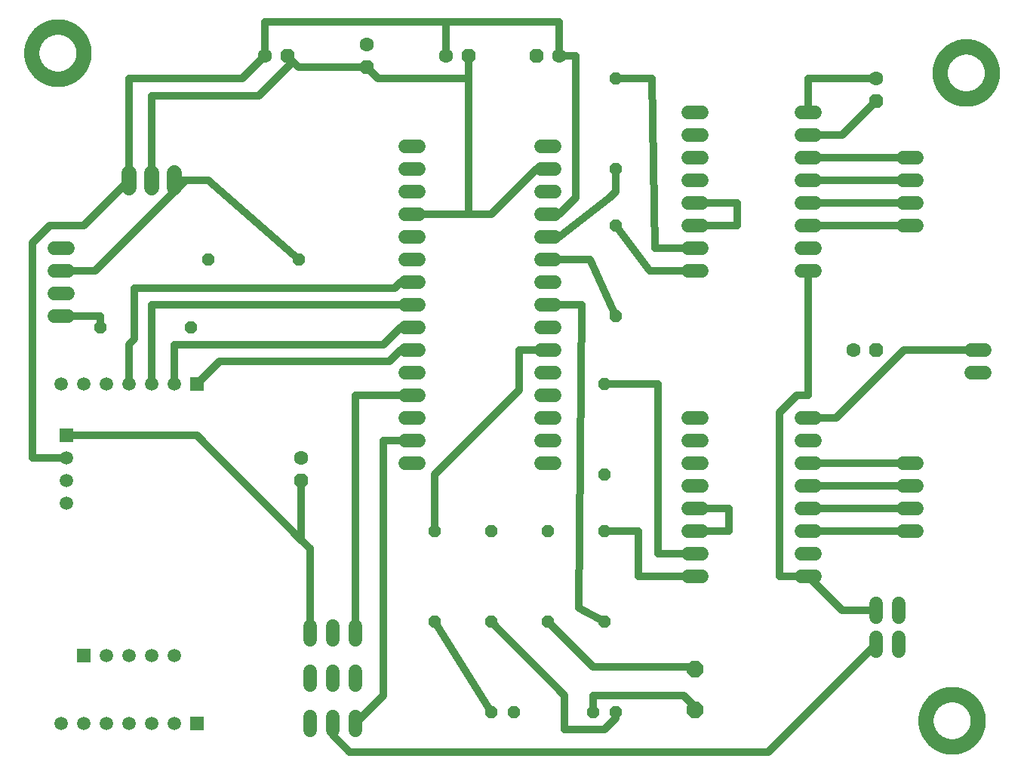
<source format=gbl>
G75*
%MOIN*%
%OFA0B0*%
%FSLAX25Y25*%
%IPPOS*%
%LPD*%
%AMOC8*
5,1,8,0,0,1.08239X$1,22.5*
%
%ADD10C,0.06600*%
%ADD11C,0.06000*%
%ADD12OC8,0.06300*%
%ADD13C,0.06300*%
%ADD14OC8,0.05200*%
%ADD15OC8,0.07500*%
%ADD16R,0.05937X0.05937*%
%ADD17C,0.05937*%
%ADD18C,0.03200*%
D10*
X0057250Y0265200D02*
X0057250Y0271800D01*
X0067250Y0271800D02*
X0067250Y0265200D01*
X0077250Y0265200D02*
X0077250Y0271800D01*
X0014476Y0324750D02*
X0014479Y0325033D01*
X0014490Y0325315D01*
X0014507Y0325598D01*
X0014531Y0325880D01*
X0014563Y0326161D01*
X0014601Y0326441D01*
X0014646Y0326720D01*
X0014697Y0326998D01*
X0014756Y0327275D01*
X0014821Y0327550D01*
X0014893Y0327824D01*
X0014972Y0328095D01*
X0015058Y0328365D01*
X0015150Y0328632D01*
X0015248Y0328897D01*
X0015353Y0329160D01*
X0015465Y0329420D01*
X0015582Y0329677D01*
X0015706Y0329931D01*
X0015837Y0330182D01*
X0015973Y0330430D01*
X0016116Y0330675D01*
X0016264Y0330915D01*
X0016418Y0331152D01*
X0016578Y0331386D01*
X0016744Y0331615D01*
X0016915Y0331840D01*
X0017092Y0332061D01*
X0017274Y0332277D01*
X0017461Y0332489D01*
X0017654Y0332696D01*
X0017851Y0332899D01*
X0018054Y0333096D01*
X0018261Y0333289D01*
X0018473Y0333476D01*
X0018689Y0333658D01*
X0018910Y0333835D01*
X0019135Y0334006D01*
X0019364Y0334172D01*
X0019598Y0334332D01*
X0019835Y0334486D01*
X0020075Y0334634D01*
X0020320Y0334777D01*
X0020568Y0334913D01*
X0020819Y0335044D01*
X0021073Y0335168D01*
X0021330Y0335285D01*
X0021590Y0335397D01*
X0021853Y0335502D01*
X0022118Y0335600D01*
X0022385Y0335692D01*
X0022655Y0335778D01*
X0022926Y0335857D01*
X0023200Y0335929D01*
X0023475Y0335994D01*
X0023752Y0336053D01*
X0024030Y0336104D01*
X0024309Y0336149D01*
X0024589Y0336187D01*
X0024870Y0336219D01*
X0025152Y0336243D01*
X0025435Y0336260D01*
X0025717Y0336271D01*
X0026000Y0336274D01*
X0026283Y0336271D01*
X0026565Y0336260D01*
X0026848Y0336243D01*
X0027130Y0336219D01*
X0027411Y0336187D01*
X0027691Y0336149D01*
X0027970Y0336104D01*
X0028248Y0336053D01*
X0028525Y0335994D01*
X0028800Y0335929D01*
X0029074Y0335857D01*
X0029345Y0335778D01*
X0029615Y0335692D01*
X0029882Y0335600D01*
X0030147Y0335502D01*
X0030410Y0335397D01*
X0030670Y0335285D01*
X0030927Y0335168D01*
X0031181Y0335044D01*
X0031432Y0334913D01*
X0031680Y0334777D01*
X0031925Y0334634D01*
X0032165Y0334486D01*
X0032402Y0334332D01*
X0032636Y0334172D01*
X0032865Y0334006D01*
X0033090Y0333835D01*
X0033311Y0333658D01*
X0033527Y0333476D01*
X0033739Y0333289D01*
X0033946Y0333096D01*
X0034149Y0332899D01*
X0034346Y0332696D01*
X0034539Y0332489D01*
X0034726Y0332277D01*
X0034908Y0332061D01*
X0035085Y0331840D01*
X0035256Y0331615D01*
X0035422Y0331386D01*
X0035582Y0331152D01*
X0035736Y0330915D01*
X0035884Y0330675D01*
X0036027Y0330430D01*
X0036163Y0330182D01*
X0036294Y0329931D01*
X0036418Y0329677D01*
X0036535Y0329420D01*
X0036647Y0329160D01*
X0036752Y0328897D01*
X0036850Y0328632D01*
X0036942Y0328365D01*
X0037028Y0328095D01*
X0037107Y0327824D01*
X0037179Y0327550D01*
X0037244Y0327275D01*
X0037303Y0326998D01*
X0037354Y0326720D01*
X0037399Y0326441D01*
X0037437Y0326161D01*
X0037469Y0325880D01*
X0037493Y0325598D01*
X0037510Y0325315D01*
X0037521Y0325033D01*
X0037524Y0324750D01*
X0037521Y0324467D01*
X0037510Y0324185D01*
X0037493Y0323902D01*
X0037469Y0323620D01*
X0037437Y0323339D01*
X0037399Y0323059D01*
X0037354Y0322780D01*
X0037303Y0322502D01*
X0037244Y0322225D01*
X0037179Y0321950D01*
X0037107Y0321676D01*
X0037028Y0321405D01*
X0036942Y0321135D01*
X0036850Y0320868D01*
X0036752Y0320603D01*
X0036647Y0320340D01*
X0036535Y0320080D01*
X0036418Y0319823D01*
X0036294Y0319569D01*
X0036163Y0319318D01*
X0036027Y0319070D01*
X0035884Y0318825D01*
X0035736Y0318585D01*
X0035582Y0318348D01*
X0035422Y0318114D01*
X0035256Y0317885D01*
X0035085Y0317660D01*
X0034908Y0317439D01*
X0034726Y0317223D01*
X0034539Y0317011D01*
X0034346Y0316804D01*
X0034149Y0316601D01*
X0033946Y0316404D01*
X0033739Y0316211D01*
X0033527Y0316024D01*
X0033311Y0315842D01*
X0033090Y0315665D01*
X0032865Y0315494D01*
X0032636Y0315328D01*
X0032402Y0315168D01*
X0032165Y0315014D01*
X0031925Y0314866D01*
X0031680Y0314723D01*
X0031432Y0314587D01*
X0031181Y0314456D01*
X0030927Y0314332D01*
X0030670Y0314215D01*
X0030410Y0314103D01*
X0030147Y0313998D01*
X0029882Y0313900D01*
X0029615Y0313808D01*
X0029345Y0313722D01*
X0029074Y0313643D01*
X0028800Y0313571D01*
X0028525Y0313506D01*
X0028248Y0313447D01*
X0027970Y0313396D01*
X0027691Y0313351D01*
X0027411Y0313313D01*
X0027130Y0313281D01*
X0026848Y0313257D01*
X0026565Y0313240D01*
X0026283Y0313229D01*
X0026000Y0313226D01*
X0025717Y0313229D01*
X0025435Y0313240D01*
X0025152Y0313257D01*
X0024870Y0313281D01*
X0024589Y0313313D01*
X0024309Y0313351D01*
X0024030Y0313396D01*
X0023752Y0313447D01*
X0023475Y0313506D01*
X0023200Y0313571D01*
X0022926Y0313643D01*
X0022655Y0313722D01*
X0022385Y0313808D01*
X0022118Y0313900D01*
X0021853Y0313998D01*
X0021590Y0314103D01*
X0021330Y0314215D01*
X0021073Y0314332D01*
X0020819Y0314456D01*
X0020568Y0314587D01*
X0020320Y0314723D01*
X0020075Y0314866D01*
X0019835Y0315014D01*
X0019598Y0315168D01*
X0019364Y0315328D01*
X0019135Y0315494D01*
X0018910Y0315665D01*
X0018689Y0315842D01*
X0018473Y0316024D01*
X0018261Y0316211D01*
X0018054Y0316404D01*
X0017851Y0316601D01*
X0017654Y0316804D01*
X0017461Y0317011D01*
X0017274Y0317223D01*
X0017092Y0317439D01*
X0016915Y0317660D01*
X0016744Y0317885D01*
X0016578Y0318114D01*
X0016418Y0318348D01*
X0016264Y0318585D01*
X0016116Y0318825D01*
X0015973Y0319070D01*
X0015837Y0319318D01*
X0015706Y0319569D01*
X0015582Y0319823D01*
X0015465Y0320080D01*
X0015353Y0320340D01*
X0015248Y0320603D01*
X0015150Y0320868D01*
X0015058Y0321135D01*
X0014972Y0321405D01*
X0014893Y0321676D01*
X0014821Y0321950D01*
X0014756Y0322225D01*
X0014697Y0322502D01*
X0014646Y0322780D01*
X0014601Y0323059D01*
X0014563Y0323339D01*
X0014531Y0323620D01*
X0014507Y0323902D01*
X0014490Y0324185D01*
X0014479Y0324467D01*
X0014476Y0324750D01*
X0409476Y0029750D02*
X0409479Y0030033D01*
X0409490Y0030315D01*
X0409507Y0030598D01*
X0409531Y0030880D01*
X0409563Y0031161D01*
X0409601Y0031441D01*
X0409646Y0031720D01*
X0409697Y0031998D01*
X0409756Y0032275D01*
X0409821Y0032550D01*
X0409893Y0032824D01*
X0409972Y0033095D01*
X0410058Y0033365D01*
X0410150Y0033632D01*
X0410248Y0033897D01*
X0410353Y0034160D01*
X0410465Y0034420D01*
X0410582Y0034677D01*
X0410706Y0034931D01*
X0410837Y0035182D01*
X0410973Y0035430D01*
X0411116Y0035675D01*
X0411264Y0035915D01*
X0411418Y0036152D01*
X0411578Y0036386D01*
X0411744Y0036615D01*
X0411915Y0036840D01*
X0412092Y0037061D01*
X0412274Y0037277D01*
X0412461Y0037489D01*
X0412654Y0037696D01*
X0412851Y0037899D01*
X0413054Y0038096D01*
X0413261Y0038289D01*
X0413473Y0038476D01*
X0413689Y0038658D01*
X0413910Y0038835D01*
X0414135Y0039006D01*
X0414364Y0039172D01*
X0414598Y0039332D01*
X0414835Y0039486D01*
X0415075Y0039634D01*
X0415320Y0039777D01*
X0415568Y0039913D01*
X0415819Y0040044D01*
X0416073Y0040168D01*
X0416330Y0040285D01*
X0416590Y0040397D01*
X0416853Y0040502D01*
X0417118Y0040600D01*
X0417385Y0040692D01*
X0417655Y0040778D01*
X0417926Y0040857D01*
X0418200Y0040929D01*
X0418475Y0040994D01*
X0418752Y0041053D01*
X0419030Y0041104D01*
X0419309Y0041149D01*
X0419589Y0041187D01*
X0419870Y0041219D01*
X0420152Y0041243D01*
X0420435Y0041260D01*
X0420717Y0041271D01*
X0421000Y0041274D01*
X0421283Y0041271D01*
X0421565Y0041260D01*
X0421848Y0041243D01*
X0422130Y0041219D01*
X0422411Y0041187D01*
X0422691Y0041149D01*
X0422970Y0041104D01*
X0423248Y0041053D01*
X0423525Y0040994D01*
X0423800Y0040929D01*
X0424074Y0040857D01*
X0424345Y0040778D01*
X0424615Y0040692D01*
X0424882Y0040600D01*
X0425147Y0040502D01*
X0425410Y0040397D01*
X0425670Y0040285D01*
X0425927Y0040168D01*
X0426181Y0040044D01*
X0426432Y0039913D01*
X0426680Y0039777D01*
X0426925Y0039634D01*
X0427165Y0039486D01*
X0427402Y0039332D01*
X0427636Y0039172D01*
X0427865Y0039006D01*
X0428090Y0038835D01*
X0428311Y0038658D01*
X0428527Y0038476D01*
X0428739Y0038289D01*
X0428946Y0038096D01*
X0429149Y0037899D01*
X0429346Y0037696D01*
X0429539Y0037489D01*
X0429726Y0037277D01*
X0429908Y0037061D01*
X0430085Y0036840D01*
X0430256Y0036615D01*
X0430422Y0036386D01*
X0430582Y0036152D01*
X0430736Y0035915D01*
X0430884Y0035675D01*
X0431027Y0035430D01*
X0431163Y0035182D01*
X0431294Y0034931D01*
X0431418Y0034677D01*
X0431535Y0034420D01*
X0431647Y0034160D01*
X0431752Y0033897D01*
X0431850Y0033632D01*
X0431942Y0033365D01*
X0432028Y0033095D01*
X0432107Y0032824D01*
X0432179Y0032550D01*
X0432244Y0032275D01*
X0432303Y0031998D01*
X0432354Y0031720D01*
X0432399Y0031441D01*
X0432437Y0031161D01*
X0432469Y0030880D01*
X0432493Y0030598D01*
X0432510Y0030315D01*
X0432521Y0030033D01*
X0432524Y0029750D01*
X0432521Y0029467D01*
X0432510Y0029185D01*
X0432493Y0028902D01*
X0432469Y0028620D01*
X0432437Y0028339D01*
X0432399Y0028059D01*
X0432354Y0027780D01*
X0432303Y0027502D01*
X0432244Y0027225D01*
X0432179Y0026950D01*
X0432107Y0026676D01*
X0432028Y0026405D01*
X0431942Y0026135D01*
X0431850Y0025868D01*
X0431752Y0025603D01*
X0431647Y0025340D01*
X0431535Y0025080D01*
X0431418Y0024823D01*
X0431294Y0024569D01*
X0431163Y0024318D01*
X0431027Y0024070D01*
X0430884Y0023825D01*
X0430736Y0023585D01*
X0430582Y0023348D01*
X0430422Y0023114D01*
X0430256Y0022885D01*
X0430085Y0022660D01*
X0429908Y0022439D01*
X0429726Y0022223D01*
X0429539Y0022011D01*
X0429346Y0021804D01*
X0429149Y0021601D01*
X0428946Y0021404D01*
X0428739Y0021211D01*
X0428527Y0021024D01*
X0428311Y0020842D01*
X0428090Y0020665D01*
X0427865Y0020494D01*
X0427636Y0020328D01*
X0427402Y0020168D01*
X0427165Y0020014D01*
X0426925Y0019866D01*
X0426680Y0019723D01*
X0426432Y0019587D01*
X0426181Y0019456D01*
X0425927Y0019332D01*
X0425670Y0019215D01*
X0425410Y0019103D01*
X0425147Y0018998D01*
X0424882Y0018900D01*
X0424615Y0018808D01*
X0424345Y0018722D01*
X0424074Y0018643D01*
X0423800Y0018571D01*
X0423525Y0018506D01*
X0423248Y0018447D01*
X0422970Y0018396D01*
X0422691Y0018351D01*
X0422411Y0018313D01*
X0422130Y0018281D01*
X0421848Y0018257D01*
X0421565Y0018240D01*
X0421283Y0018229D01*
X0421000Y0018226D01*
X0420717Y0018229D01*
X0420435Y0018240D01*
X0420152Y0018257D01*
X0419870Y0018281D01*
X0419589Y0018313D01*
X0419309Y0018351D01*
X0419030Y0018396D01*
X0418752Y0018447D01*
X0418475Y0018506D01*
X0418200Y0018571D01*
X0417926Y0018643D01*
X0417655Y0018722D01*
X0417385Y0018808D01*
X0417118Y0018900D01*
X0416853Y0018998D01*
X0416590Y0019103D01*
X0416330Y0019215D01*
X0416073Y0019332D01*
X0415819Y0019456D01*
X0415568Y0019587D01*
X0415320Y0019723D01*
X0415075Y0019866D01*
X0414835Y0020014D01*
X0414598Y0020168D01*
X0414364Y0020328D01*
X0414135Y0020494D01*
X0413910Y0020665D01*
X0413689Y0020842D01*
X0413473Y0021024D01*
X0413261Y0021211D01*
X0413054Y0021404D01*
X0412851Y0021601D01*
X0412654Y0021804D01*
X0412461Y0022011D01*
X0412274Y0022223D01*
X0412092Y0022439D01*
X0411915Y0022660D01*
X0411744Y0022885D01*
X0411578Y0023114D01*
X0411418Y0023348D01*
X0411264Y0023585D01*
X0411116Y0023825D01*
X0410973Y0024070D01*
X0410837Y0024318D01*
X0410706Y0024569D01*
X0410582Y0024823D01*
X0410465Y0025080D01*
X0410353Y0025340D01*
X0410248Y0025603D01*
X0410150Y0025868D01*
X0410058Y0026135D01*
X0409972Y0026405D01*
X0409893Y0026676D01*
X0409821Y0026950D01*
X0409756Y0027225D01*
X0409697Y0027502D01*
X0409646Y0027780D01*
X0409601Y0028059D01*
X0409563Y0028339D01*
X0409531Y0028620D01*
X0409507Y0028902D01*
X0409490Y0029185D01*
X0409479Y0029467D01*
X0409476Y0029750D01*
X0415726Y0316000D02*
X0415729Y0316283D01*
X0415740Y0316565D01*
X0415757Y0316848D01*
X0415781Y0317130D01*
X0415813Y0317411D01*
X0415851Y0317691D01*
X0415896Y0317970D01*
X0415947Y0318248D01*
X0416006Y0318525D01*
X0416071Y0318800D01*
X0416143Y0319074D01*
X0416222Y0319345D01*
X0416308Y0319615D01*
X0416400Y0319882D01*
X0416498Y0320147D01*
X0416603Y0320410D01*
X0416715Y0320670D01*
X0416832Y0320927D01*
X0416956Y0321181D01*
X0417087Y0321432D01*
X0417223Y0321680D01*
X0417366Y0321925D01*
X0417514Y0322165D01*
X0417668Y0322402D01*
X0417828Y0322636D01*
X0417994Y0322865D01*
X0418165Y0323090D01*
X0418342Y0323311D01*
X0418524Y0323527D01*
X0418711Y0323739D01*
X0418904Y0323946D01*
X0419101Y0324149D01*
X0419304Y0324346D01*
X0419511Y0324539D01*
X0419723Y0324726D01*
X0419939Y0324908D01*
X0420160Y0325085D01*
X0420385Y0325256D01*
X0420614Y0325422D01*
X0420848Y0325582D01*
X0421085Y0325736D01*
X0421325Y0325884D01*
X0421570Y0326027D01*
X0421818Y0326163D01*
X0422069Y0326294D01*
X0422323Y0326418D01*
X0422580Y0326535D01*
X0422840Y0326647D01*
X0423103Y0326752D01*
X0423368Y0326850D01*
X0423635Y0326942D01*
X0423905Y0327028D01*
X0424176Y0327107D01*
X0424450Y0327179D01*
X0424725Y0327244D01*
X0425002Y0327303D01*
X0425280Y0327354D01*
X0425559Y0327399D01*
X0425839Y0327437D01*
X0426120Y0327469D01*
X0426402Y0327493D01*
X0426685Y0327510D01*
X0426967Y0327521D01*
X0427250Y0327524D01*
X0427533Y0327521D01*
X0427815Y0327510D01*
X0428098Y0327493D01*
X0428380Y0327469D01*
X0428661Y0327437D01*
X0428941Y0327399D01*
X0429220Y0327354D01*
X0429498Y0327303D01*
X0429775Y0327244D01*
X0430050Y0327179D01*
X0430324Y0327107D01*
X0430595Y0327028D01*
X0430865Y0326942D01*
X0431132Y0326850D01*
X0431397Y0326752D01*
X0431660Y0326647D01*
X0431920Y0326535D01*
X0432177Y0326418D01*
X0432431Y0326294D01*
X0432682Y0326163D01*
X0432930Y0326027D01*
X0433175Y0325884D01*
X0433415Y0325736D01*
X0433652Y0325582D01*
X0433886Y0325422D01*
X0434115Y0325256D01*
X0434340Y0325085D01*
X0434561Y0324908D01*
X0434777Y0324726D01*
X0434989Y0324539D01*
X0435196Y0324346D01*
X0435399Y0324149D01*
X0435596Y0323946D01*
X0435789Y0323739D01*
X0435976Y0323527D01*
X0436158Y0323311D01*
X0436335Y0323090D01*
X0436506Y0322865D01*
X0436672Y0322636D01*
X0436832Y0322402D01*
X0436986Y0322165D01*
X0437134Y0321925D01*
X0437277Y0321680D01*
X0437413Y0321432D01*
X0437544Y0321181D01*
X0437668Y0320927D01*
X0437785Y0320670D01*
X0437897Y0320410D01*
X0438002Y0320147D01*
X0438100Y0319882D01*
X0438192Y0319615D01*
X0438278Y0319345D01*
X0438357Y0319074D01*
X0438429Y0318800D01*
X0438494Y0318525D01*
X0438553Y0318248D01*
X0438604Y0317970D01*
X0438649Y0317691D01*
X0438687Y0317411D01*
X0438719Y0317130D01*
X0438743Y0316848D01*
X0438760Y0316565D01*
X0438771Y0316283D01*
X0438774Y0316000D01*
X0438771Y0315717D01*
X0438760Y0315435D01*
X0438743Y0315152D01*
X0438719Y0314870D01*
X0438687Y0314589D01*
X0438649Y0314309D01*
X0438604Y0314030D01*
X0438553Y0313752D01*
X0438494Y0313475D01*
X0438429Y0313200D01*
X0438357Y0312926D01*
X0438278Y0312655D01*
X0438192Y0312385D01*
X0438100Y0312118D01*
X0438002Y0311853D01*
X0437897Y0311590D01*
X0437785Y0311330D01*
X0437668Y0311073D01*
X0437544Y0310819D01*
X0437413Y0310568D01*
X0437277Y0310320D01*
X0437134Y0310075D01*
X0436986Y0309835D01*
X0436832Y0309598D01*
X0436672Y0309364D01*
X0436506Y0309135D01*
X0436335Y0308910D01*
X0436158Y0308689D01*
X0435976Y0308473D01*
X0435789Y0308261D01*
X0435596Y0308054D01*
X0435399Y0307851D01*
X0435196Y0307654D01*
X0434989Y0307461D01*
X0434777Y0307274D01*
X0434561Y0307092D01*
X0434340Y0306915D01*
X0434115Y0306744D01*
X0433886Y0306578D01*
X0433652Y0306418D01*
X0433415Y0306264D01*
X0433175Y0306116D01*
X0432930Y0305973D01*
X0432682Y0305837D01*
X0432431Y0305706D01*
X0432177Y0305582D01*
X0431920Y0305465D01*
X0431660Y0305353D01*
X0431397Y0305248D01*
X0431132Y0305150D01*
X0430865Y0305058D01*
X0430595Y0304972D01*
X0430324Y0304893D01*
X0430050Y0304821D01*
X0429775Y0304756D01*
X0429498Y0304697D01*
X0429220Y0304646D01*
X0428941Y0304601D01*
X0428661Y0304563D01*
X0428380Y0304531D01*
X0428098Y0304507D01*
X0427815Y0304490D01*
X0427533Y0304479D01*
X0427250Y0304476D01*
X0426967Y0304479D01*
X0426685Y0304490D01*
X0426402Y0304507D01*
X0426120Y0304531D01*
X0425839Y0304563D01*
X0425559Y0304601D01*
X0425280Y0304646D01*
X0425002Y0304697D01*
X0424725Y0304756D01*
X0424450Y0304821D01*
X0424176Y0304893D01*
X0423905Y0304972D01*
X0423635Y0305058D01*
X0423368Y0305150D01*
X0423103Y0305248D01*
X0422840Y0305353D01*
X0422580Y0305465D01*
X0422323Y0305582D01*
X0422069Y0305706D01*
X0421818Y0305837D01*
X0421570Y0305973D01*
X0421325Y0306116D01*
X0421085Y0306264D01*
X0420848Y0306418D01*
X0420614Y0306578D01*
X0420385Y0306744D01*
X0420160Y0306915D01*
X0419939Y0307092D01*
X0419723Y0307274D01*
X0419511Y0307461D01*
X0419304Y0307654D01*
X0419101Y0307851D01*
X0418904Y0308054D01*
X0418711Y0308261D01*
X0418524Y0308473D01*
X0418342Y0308689D01*
X0418165Y0308910D01*
X0417994Y0309135D01*
X0417828Y0309364D01*
X0417668Y0309598D01*
X0417514Y0309835D01*
X0417366Y0310075D01*
X0417223Y0310320D01*
X0417087Y0310568D01*
X0416956Y0310819D01*
X0416832Y0311073D01*
X0416715Y0311330D01*
X0416603Y0311590D01*
X0416498Y0311853D01*
X0416400Y0312118D01*
X0416308Y0312385D01*
X0416222Y0312655D01*
X0416143Y0312926D01*
X0416071Y0313200D01*
X0416006Y0313475D01*
X0415947Y0313752D01*
X0415896Y0314030D01*
X0415851Y0314309D01*
X0415813Y0314589D01*
X0415781Y0314870D01*
X0415757Y0315152D01*
X0415740Y0315435D01*
X0415729Y0315717D01*
X0415726Y0316000D01*
D11*
X0405250Y0278500D02*
X0399250Y0278500D01*
X0399250Y0268500D02*
X0405250Y0268500D01*
X0405250Y0258500D02*
X0399250Y0258500D01*
X0399250Y0248500D02*
X0405250Y0248500D01*
X0360250Y0248500D02*
X0354250Y0248500D01*
X0354250Y0258500D02*
X0360250Y0258500D01*
X0360250Y0268500D02*
X0354250Y0268500D01*
X0354250Y0278500D02*
X0360250Y0278500D01*
X0360250Y0288500D02*
X0354250Y0288500D01*
X0354250Y0298500D02*
X0360250Y0298500D01*
X0310250Y0298500D02*
X0304250Y0298500D01*
X0304250Y0288500D02*
X0310250Y0288500D01*
X0310250Y0278500D02*
X0304250Y0278500D01*
X0304250Y0268500D02*
X0310250Y0268500D01*
X0310250Y0258500D02*
X0304250Y0258500D01*
X0304250Y0248500D02*
X0310250Y0248500D01*
X0310250Y0238500D02*
X0304250Y0238500D01*
X0304250Y0228500D02*
X0310250Y0228500D01*
X0354250Y0228500D02*
X0360250Y0228500D01*
X0360250Y0238500D02*
X0354250Y0238500D01*
X0429250Y0193500D02*
X0435250Y0193500D01*
X0435250Y0183500D02*
X0429250Y0183500D01*
X0405250Y0143500D02*
X0399250Y0143500D01*
X0399250Y0133500D02*
X0405250Y0133500D01*
X0405250Y0123500D02*
X0399250Y0123500D01*
X0399250Y0113500D02*
X0405250Y0113500D01*
X0397250Y0081500D02*
X0397250Y0075500D01*
X0387250Y0075500D02*
X0387250Y0081500D01*
X0387250Y0066500D02*
X0387250Y0060500D01*
X0397250Y0060500D02*
X0397250Y0066500D01*
X0360250Y0093500D02*
X0354250Y0093500D01*
X0354250Y0103500D02*
X0360250Y0103500D01*
X0360250Y0113500D02*
X0354250Y0113500D01*
X0354250Y0123500D02*
X0360250Y0123500D01*
X0360250Y0133500D02*
X0354250Y0133500D01*
X0354250Y0143500D02*
X0360250Y0143500D01*
X0360250Y0153500D02*
X0354250Y0153500D01*
X0354250Y0163500D02*
X0360250Y0163500D01*
X0310250Y0163500D02*
X0304250Y0163500D01*
X0304250Y0153500D02*
X0310250Y0153500D01*
X0310250Y0143500D02*
X0304250Y0143500D01*
X0304250Y0133500D02*
X0310250Y0133500D01*
X0310250Y0123500D02*
X0304250Y0123500D01*
X0304250Y0113500D02*
X0310250Y0113500D01*
X0310250Y0103500D02*
X0304250Y0103500D01*
X0304250Y0093500D02*
X0310250Y0093500D01*
X0245250Y0143500D02*
X0239250Y0143500D01*
X0239250Y0153500D02*
X0245250Y0153500D01*
X0245250Y0163500D02*
X0239250Y0163500D01*
X0239250Y0173500D02*
X0245250Y0173500D01*
X0245250Y0183500D02*
X0239250Y0183500D01*
X0239250Y0193500D02*
X0245250Y0193500D01*
X0245250Y0203500D02*
X0239250Y0203500D01*
X0239250Y0213500D02*
X0245250Y0213500D01*
X0245250Y0223500D02*
X0239250Y0223500D01*
X0239250Y0233500D02*
X0245250Y0233500D01*
X0245250Y0243500D02*
X0239250Y0243500D01*
X0239250Y0253500D02*
X0245250Y0253500D01*
X0245250Y0263500D02*
X0239250Y0263500D01*
X0239250Y0273500D02*
X0245250Y0273500D01*
X0245250Y0283500D02*
X0239250Y0283500D01*
X0185250Y0283500D02*
X0179250Y0283500D01*
X0179250Y0273500D02*
X0185250Y0273500D01*
X0185250Y0263500D02*
X0179250Y0263500D01*
X0179250Y0253500D02*
X0185250Y0253500D01*
X0185250Y0243500D02*
X0179250Y0243500D01*
X0179250Y0233500D02*
X0185250Y0233500D01*
X0185250Y0223500D02*
X0179250Y0223500D01*
X0179250Y0213500D02*
X0185250Y0213500D01*
X0185250Y0203500D02*
X0179250Y0203500D01*
X0179250Y0193500D02*
X0185250Y0193500D01*
X0185250Y0183500D02*
X0179250Y0183500D01*
X0179250Y0173500D02*
X0185250Y0173500D01*
X0185250Y0163500D02*
X0179250Y0163500D01*
X0179250Y0153500D02*
X0185250Y0153500D01*
X0185250Y0143500D02*
X0179250Y0143500D01*
X0157250Y0071500D02*
X0157250Y0065500D01*
X0147250Y0065500D02*
X0147250Y0071500D01*
X0137250Y0071500D02*
X0137250Y0065500D01*
X0137250Y0051500D02*
X0137250Y0045500D01*
X0147250Y0045500D02*
X0147250Y0051500D01*
X0157250Y0051500D02*
X0157250Y0045500D01*
X0157250Y0031500D02*
X0157250Y0025500D01*
X0147250Y0025500D02*
X0147250Y0031500D01*
X0137250Y0031500D02*
X0137250Y0025500D01*
X0030250Y0208500D02*
X0024250Y0208500D01*
X0024250Y0218500D02*
X0030250Y0218500D01*
X0030250Y0228500D02*
X0024250Y0228500D01*
X0024250Y0238500D02*
X0030250Y0238500D01*
D12*
X0127250Y0323500D03*
X0162250Y0318500D03*
X0207250Y0323500D03*
X0237250Y0323500D03*
X0387250Y0303500D03*
X0387250Y0193500D03*
X0133500Y0136000D03*
D13*
X0133500Y0146000D03*
X0117250Y0323500D03*
X0162250Y0328500D03*
X0197250Y0323500D03*
X0247250Y0323500D03*
X0387250Y0313500D03*
X0377250Y0193500D03*
D14*
X0272250Y0208500D03*
X0267250Y0178500D03*
X0267250Y0138500D03*
X0267250Y0113500D03*
X0242250Y0113500D03*
X0217250Y0113500D03*
X0192250Y0113500D03*
X0192250Y0073500D03*
X0217250Y0073500D03*
X0242250Y0073500D03*
X0267250Y0073500D03*
X0262250Y0033500D03*
X0272250Y0033500D03*
X0227250Y0033500D03*
X0217250Y0033500D03*
X0084750Y0203500D03*
X0092250Y0233500D03*
X0132250Y0233500D03*
X0044750Y0203500D03*
X0272250Y0248500D03*
X0272250Y0273500D03*
X0272250Y0313500D03*
D15*
X0307250Y0052500D03*
X0307250Y0034500D03*
D16*
X0087250Y0028500D03*
X0037250Y0058500D03*
X0029750Y0156000D03*
X0087250Y0178500D03*
D17*
X0027250Y0028500D03*
X0037250Y0028500D03*
X0047250Y0028500D03*
X0057250Y0028500D03*
X0067250Y0028500D03*
X0077250Y0028500D03*
X0077250Y0058500D03*
X0067250Y0058500D03*
X0057250Y0058500D03*
X0047250Y0058500D03*
X0029750Y0126000D03*
X0029750Y0136000D03*
X0029750Y0146000D03*
X0027250Y0178500D03*
X0037250Y0178500D03*
X0047250Y0178500D03*
X0057250Y0178500D03*
X0067250Y0178500D03*
X0077250Y0178500D03*
D18*
X0077250Y0196000D01*
X0169750Y0196000D01*
X0177250Y0203500D01*
X0182250Y0203500D01*
X0182250Y0193500D02*
X0177250Y0193500D01*
X0172250Y0188500D01*
X0097250Y0188500D01*
X0087250Y0178500D01*
X0067250Y0178500D02*
X0067250Y0213500D01*
X0182250Y0213500D01*
X0174750Y0221000D02*
X0177250Y0223500D01*
X0182250Y0223500D01*
X0174750Y0221000D02*
X0059750Y0221000D01*
X0059750Y0198500D01*
X0057250Y0196000D01*
X0057250Y0178500D01*
X0029750Y0156000D02*
X0087250Y0156000D01*
X0133500Y0109750D01*
X0133500Y0136000D01*
X0133500Y0109750D02*
X0137250Y0106000D01*
X0137250Y0068500D01*
X0157250Y0068500D02*
X0157250Y0173500D01*
X0182250Y0173500D01*
X0182250Y0153500D02*
X0169750Y0153500D01*
X0169750Y0041000D01*
X0157250Y0028500D01*
X0147250Y0028500D02*
X0147250Y0023500D01*
X0154750Y0016000D01*
X0339750Y0016000D01*
X0387250Y0063500D01*
X0387250Y0078500D02*
X0372250Y0078500D01*
X0357250Y0093500D01*
X0344750Y0093500D01*
X0344750Y0166000D01*
X0352250Y0173500D01*
X0357250Y0173500D01*
X0357250Y0228500D01*
X0357250Y0248500D02*
X0402250Y0248500D01*
X0402250Y0258500D02*
X0357250Y0258500D01*
X0357250Y0268500D02*
X0402250Y0268500D01*
X0402250Y0278500D02*
X0357250Y0278500D01*
X0357250Y0288500D02*
X0372250Y0288500D01*
X0387250Y0303500D01*
X0387250Y0313500D02*
X0357250Y0313500D01*
X0357250Y0298500D01*
X0326000Y0258500D02*
X0307250Y0258500D01*
X0307250Y0248500D02*
X0326000Y0248500D01*
X0326000Y0258500D01*
X0307250Y0238500D02*
X0289750Y0238500D01*
X0288500Y0313500D01*
X0272250Y0313500D01*
X0254750Y0323500D02*
X0247250Y0323500D01*
X0247250Y0338500D01*
X0197250Y0338500D01*
X0197250Y0323500D01*
X0207250Y0323500D02*
X0207250Y0313500D01*
X0167250Y0313500D01*
X0162250Y0318500D01*
X0132250Y0318500D01*
X0129750Y0321000D01*
X0114750Y0306000D01*
X0067250Y0306000D01*
X0067250Y0268500D01*
X0057250Y0268500D02*
X0037250Y0248500D01*
X0022250Y0248500D01*
X0014750Y0241000D01*
X0014750Y0146000D01*
X0029750Y0146000D01*
X0044750Y0203500D02*
X0044750Y0208500D01*
X0027250Y0208500D01*
X0027250Y0228500D02*
X0042250Y0228500D01*
X0082250Y0268500D01*
X0092250Y0268500D01*
X0132250Y0233500D01*
X0082250Y0268500D02*
X0077250Y0268500D01*
X0057250Y0268500D02*
X0057250Y0313500D01*
X0107250Y0313500D01*
X0117250Y0323500D01*
X0117250Y0338500D01*
X0197250Y0338500D01*
X0207250Y0313500D02*
X0207250Y0253500D01*
X0182250Y0253500D01*
X0207250Y0253500D02*
X0217250Y0253500D01*
X0237250Y0273500D01*
X0242250Y0273500D01*
X0254750Y0261000D02*
X0254750Y0323500D01*
X0272250Y0273500D02*
X0272250Y0263500D01*
X0269750Y0261000D01*
X0247250Y0243500D01*
X0242250Y0243500D01*
X0242250Y0233500D02*
X0261000Y0233500D01*
X0272250Y0208500D01*
X0257250Y0213500D02*
X0242250Y0213500D01*
X0257250Y0213500D02*
X0256000Y0079750D01*
X0267250Y0073500D01*
X0262250Y0053500D02*
X0307250Y0053500D01*
X0307250Y0052500D01*
X0302250Y0041000D02*
X0307250Y0036000D01*
X0307250Y0034500D01*
X0302250Y0041000D02*
X0262250Y0041000D01*
X0262250Y0033500D01*
X0267250Y0026000D02*
X0272250Y0031000D01*
X0272250Y0033500D01*
X0267250Y0026000D02*
X0249750Y0026000D01*
X0249750Y0041000D01*
X0217250Y0073500D01*
X0192250Y0073500D02*
X0217250Y0033500D01*
X0242250Y0073500D02*
X0262250Y0053500D01*
X0282250Y0093500D02*
X0307250Y0093500D01*
X0307250Y0103500D02*
X0291000Y0103500D01*
X0291000Y0178500D01*
X0267250Y0178500D01*
X0242250Y0193500D02*
X0229750Y0193500D01*
X0229750Y0176000D01*
X0192250Y0138500D01*
X0192250Y0113500D01*
X0267250Y0113500D02*
X0282250Y0113500D01*
X0282250Y0093500D01*
X0307250Y0113500D02*
X0322250Y0113500D01*
X0322250Y0123500D01*
X0307250Y0123500D01*
X0357250Y0123500D02*
X0402250Y0123500D01*
X0402250Y0113500D02*
X0357250Y0113500D01*
X0357250Y0133500D02*
X0402250Y0133500D01*
X0402250Y0143500D02*
X0357250Y0143500D01*
X0357250Y0163500D02*
X0369750Y0163500D01*
X0399750Y0193500D01*
X0432250Y0193500D01*
X0307250Y0228500D02*
X0287250Y0228500D01*
X0272250Y0248500D01*
X0254750Y0261000D02*
X0247250Y0253500D01*
X0242250Y0253500D01*
X0129750Y0321000D02*
X0127250Y0323500D01*
M02*

</source>
